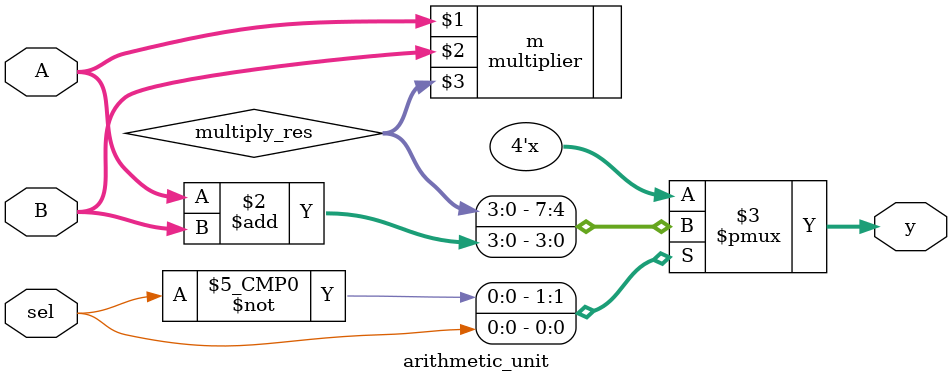
<source format=v>
`timescale 1ns / 1ps
`include "multiplier.v"
module arithmetic_unit(A, B, sel, y
    );
	 input [1:0] A;
	 input [1:0] B;
	 input sel;
	 output [3:0] y;
	 reg [3:0] y;
	 wire [3:0] multiply_res;
	 
	 
	 multiplier m(A, B, multiply_res);
	 
	 always @ (A or B or multiply_res or sel)
	 case (sel)
		1'b0: y = multiply_res;
		1'b1: y = A + B;
	 endcase 


endmodule

</source>
